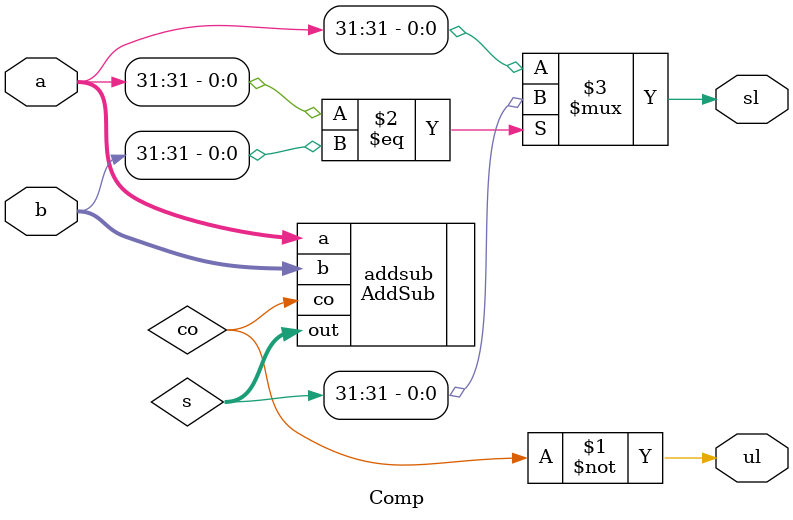
<source format=v>
module Comp(
    input   [31:0]  a,b,
    output  [0:0]  ul,sl
);

wire [31:0] s;
wire [0:0] co;

AddSub addsub(
    .a(a),
    .b(b),
    .out(s),
    .co(co)
);

assign ul = ~co;
assign sl = (a[31]==b[31])?(s[31]):(a[31]);

endmodule
</source>
